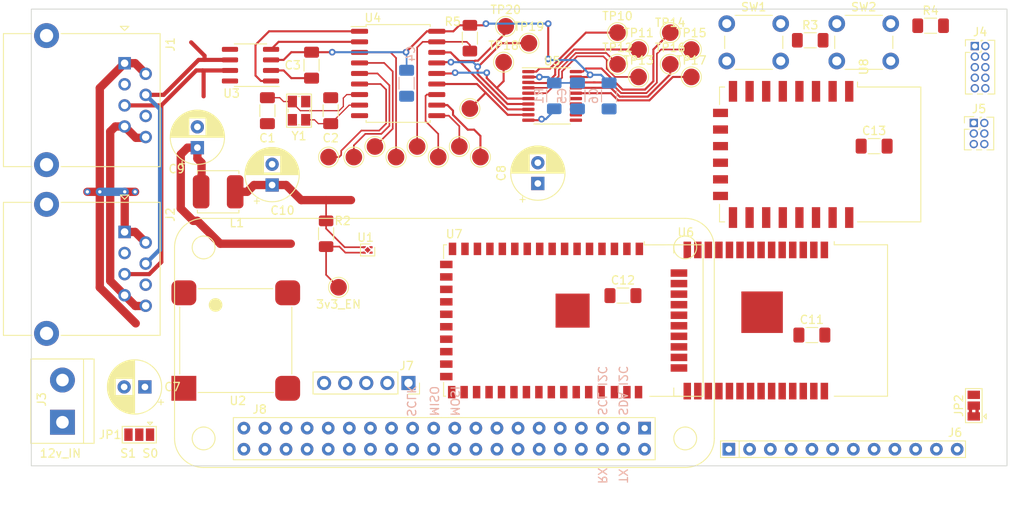
<source format=kicad_pcb>
(kicad_pcb (version 20211014) (generator pcbnew)
  (layers (0 "F.Cu" signal) (31 "B.Cu" signal) (34 "B.Paste" user) (35 "F.Paste" user) (36 "B.SilkS" user "B.Silkscreen") (37 "F.SilkS" user "F.Silkscreen") (38 "B.Mask" user) (39 "F.Mask" user) (44 "Edge.Cuts" user))
  (net 0 "")
  (net 1 "GND")
  (net 2 "Net-(C1-Pad2)")
  (net 3 "Net-(C2-Pad1)")
  (net 4 "+5V")
  (net 5 "+3V3")
  (net 6 "Net-(C7-Pad1)")
  (net 7 "Net-(C9-Pad1)")
  (net 8 "/12v_ACC")
  (net 9 "/12v_BAT")
  (net 10 "/CAN_L")
  (net 11 "/CAN_H")
  (net 12 "/12V_IN")
  (net 13 "/ESP_JTAG_VCC")
  (net 14 "/ESP_JTAG_TMS_G14")
  (net 15 "/ESP_JTAG_GND")
  (net 16 "/ESP_JTAG_TCK_G13")
  (net 17 "/ESP_JTAG_TDO_G15")
  (net 18 "/ESP_JTAG_TDI_G12")
  (net 20 "/ESP_PROG_EN")
  (net 21 "/ESP_PROG_VDD")
  (net 22 "/ESP_PROG_TXD")
  (net 23 "/ESP_PROG_GND")
  (net 24 "/ESP_PROG_RXD")
  (net 25 "/ESP_FLASH_BTN")
  (net 26 "/SIM7000_PWR_EN")
  (net 27 "/SIM7000_POWER")
  (net 28 "/SIM7000_GNS_PWR_EN")
  (net 29 "/SIM7000_RXD")
  (net 30 "/SIM7000_V_MCU")
  (net 31 "/SIM7000_TXD")
  (net 32 "/SIM7000_DTR")
  (net 33 "/SIM7000_ADC")
  (net 34 "/SIM7000_RESET")
  (net 35 "Net-(R1-Pad2)")
  (net 36 "Net-(R2-Pad2)")
  (net 37 "Net-(R5-Pad2)")
  (net 38 "Net-(TP1-Pad1)")
  (net 39 "Net-(TP2-Pad1)")
  (net 40 "Net-(TP3-Pad1)")
  (net 41 "Net-(TP4-Pad1)")
  (net 42 "Net-(TP5-Pad1)")
  (net 43 "Net-(TP6-Pad1)")
  (net 44 "Net-(TP9-Pad1)")
  (net 45 "Net-(TP10-Pad1)")
  (net 46 "Net-(TP11-Pad1)")
  (net 47 "Net-(TP12-Pad1)")
  (net 48 "Net-(TP13-Pad1)")
  (net 49 "Net-(TP14-Pad1)")
  (net 50 "Net-(TP15-Pad1)")
  (net 51 "Net-(TP16-Pad1)")
  (net 52 "Net-(TP17-Pad1)")
  (net 53 "/CAN_SPI_MOSI")
  (net 54 "/CAN_SPI_MISO")
  (net 55 "/CAN_SPI_CS")
  (net 56 "/CAN_SPI_SCK")
  (net 57 "Net-(TP22-Pad1)")
  (net 58 "Net-(U3-Pad1)")
  (net 59 "Net-(U3-Pad4)")
  (net 62 "/CAN_SPI_SCK_3v3")
  (net 63 "/CAN_SPI_CS_3v3")
  (net 64 "/CAN_SPI_MISO_3v3")
  (net 65 "/CAN_SPI_MOSI_3v3")
  (net 110 "Net-(J7-Pad1)")
  (net 111 "Net-(J7-Pad2)")
  (net 112 "Net-(J7-Pad3)")
  (net 113 "Net-(J7-Pad4)")
  (net 114 "Net-(J7-Pad5)")
  (footprint "Button_Switch_THT:SW_PUSH_6mm" (layer "F.Cu") (at 159.5 51.75)
    (fp_text reference "SW2")
    (fp_text value "ESP_FLASH_BTN")
  )
  (footprint "Connector_RJ:RJ45_Ninigi_GE" (layer "F.Cu") (at 73.735 56.515 -90)
    (fp_text reference "J1")
    (fp_text value "RJ45_Shielded")
  )
  (footprint "Capacitor_THT:CP_Radial_D6.3mm_P2.50mm" (layer "F.Cu") (at 82.5 66.68238 90)
    (fp_text reference "C9")
    (fp_text value "22uF 12v")
  )
  (footprint "TestPoint:TestPoint_Pad_D2.0mm" (layer "F.Cu") (at 133.096 56.642)
    (fp_text reference "TP12")
    (fp_text value "5v_C")
  )
  (footprint "TestPoint:TestPoint_Pad_D2.0mm" (layer "F.Cu") (at 119.634 52.07)
    (fp_text reference "TP20")
    (fp_text value "CS")
  )
  (footprint "Package_SO:TSSOP-20_4.4x6.5mm_P0.65mm" (layer "F.Cu") (at 125.222 60.452)
    (fp_text reference "U5")
    (fp_text value "TXS0108EPW")
  )
  (footprint "random:SIM7000_MODULE" (layer "F.Cu") (at 160 77 -90)
    (fp_text reference "J6")
    (fp_text value "SIM7000A header")
  )
  (footprint "random:SDEI054T" (layer "F.Cu") (at 85 72)
    (fp_text reference "L1")
    (fp_text value "47uH")
  )
  (footprint "Package_DFN_QFN:OnSemi_XDFN4-1EP_1.0x1.0mm_EP0.52x0.52mm" (layer "F.Cu") (at 103 79 -90)
    (fp_text reference "U1")
    (fp_text value "NCP167BMX330TBG")
  )
  (footprint "TestPoint:TestPoint_Pad_D2.0mm" (layer "F.Cu") (at 98.298 67.818)
    (fp_text reference "TP6")
    (fp_text value "TX2")
  )
  (footprint "TestPoint:TestPoint_Pad_D2.0mm" (layer "F.Cu") (at 111.506 67.818)
    (fp_text reference "TP1")
    (fp_text value "INT")
  )
  (footprint "TestPoint:TestPoint_Pad_D2.0mm" (layer "F.Cu") (at 135.636 54.864)
    (fp_text reference "TP11")
    (fp_text value "5v_B")
  )
  (footprint "RF_Module:ESP32-WROOM-32" (layer "F.Cu") (at 149.75 87.5 -90)
    (fp_text reference "U6")
    (fp_text value "ESP32-WROOM-32")
  )
  (footprint "random:amsrol_78XXnz" (layer "F.Cu") (at 80.372 96.166 90)
    (fp_text reference "U2")
    (fp_text value "AMSROL-7805NZ")
  )
  (footprint "Resistor_SMD:R_1206_3216Metric_Pad1.30x1.75mm_HandSolder" (layer "F.Cu") (at 98 77.05 -90)
    (fp_text reference "R2")
    (fp_text value "10k")
  )
  (footprint "Jumper:SolderJumper-3_P1.3mm_Open_Pad1.0x1.5mm" (layer "F.Cu") (at 75.5 101.25 180)
    (fp_text reference "JP1")
    (fp_text value "S1 S0")
  )
  (footprint "Resistor_SMD:R_1206_3216Metric_Pad1.30x1.75mm_HandSolder" (layer "F.Cu") (at 115.316 53.5 -90)
    (fp_text reference "R5")
    (fp_text value "10k")
  )
  (footprint "TestPoint:TestPoint_Pad_D2.0mm" (layer "F.Cu") (at 133.096 52.832)
    (fp_text reference "TP10")
    (fp_text value "5v_A")
  )
  (footprint "Capacitor_SMD:C_1206_3216Metric_Pad1.33x1.80mm_HandSolder" (layer "F.Cu") (at 133.75 84.5)
    (fp_text reference "C12")
    (fp_text value "100nF")
  )
  (footprint "Connector_RJ:RJ45_Ninigi_GE" (layer "F.Cu") (at 73.735 76.835 -90)
    (fp_text reference "J2")
    (fp_text value "RJ45_Shielded")
  )
  (footprint "random:RASPI_ZERO(W)" (layer "F.Cu") (at 112.25 90.2 -90)
    (fp_text reference "J8")
    (fp_text value "RASPI_ZERO")
  )
  (footprint "TestPoint:TestPoint_Pad_D2.0mm" (layer "F.Cu") (at 106.426 67.818)
    (fp_text reference "TP22")
    (fp_text value "CLKOUT")
  )
  (footprint "TestPoint:TestPoint_Pad_D2.0mm" (layer "F.Cu") (at 141.986 54.864)
    (fp_text reference "TP15")
    (fp_text value "3v3_B")
  )
  (footprint "Package_SO:SOIC-18W_7.5x11.6mm_P1.27mm" (layer "F.Cu") (at 106.68 57.75)
    (fp_text reference "U4")
    (fp_text value "MCP2515-xSO")
  )
  (footprint "Capacitor_SMD:C_1206_3216Metric_Pad1.33x1.80mm_HandSolder" (layer "F.Cu") (at 98.552 62.23 90)
    (fp_text reference "C2")
    (fp_text value "15pF")
  )
  (footprint "TestPoint:TestPoint_Pad_D2.0mm" (layer "F.Cu") (at 103.886 66.548)
    (fp_text reference "TP4")
    (fp_text value "TX0")
  )
  (footprint "Resistor_SMD:R_1206_3216Metric_Pad1.30x1.75mm_HandSolder" (layer "F.Cu") (at 170.8 52)
    (fp_text reference "R4")
    (fp_text value "10k")
  )
  (footprint "TestPoint:TestPoint_Pad_D2.0mm" (layer "F.Cu") (at 139.446 52.832)
    (fp_text reference "TP14")
    (fp_text value "3v3_A")
  )
  (footprint "random:RH100" (layer "F.Cu") (at 94.742 62.23 90)
    (fp_text reference "Y1")
    (fp_text value "RH100")
  )
  (footprint "Capacitor_SMD:C_1206_3216Metric_Pad1.33x1.80mm_HandSolder" (layer "F.Cu") (at 90.932 62.23 90)
    (fp_text reference "C1")
    (fp_text value "15pF")
  )
  (footprint "Capacitor_SMD:C_1206_3216Metric_Pad1.33x1.80mm_HandSolder" (layer "F.Cu") (at 96.25 56.75 -90)
    (fp_text reference "C3")
    (fp_text value "100nF")
  )
  (footprint "Connector_PinHeader_1.27mm:PinHeader_2x03_P1.27mm_Vertical" (layer "F.Cu") (at 176 63.71)
    (fp_text reference "J5")
    (fp_text value "PROG")
  )
  (footprint "RF_Module:ESP32-S2-WROVER" (layer "F.Cu") (at 123.95 87.5 -90)
    (fp_text reference "U7")
    (fp_text value "ESP32-S2-WROVER")
  )
  (footprint "TestPoint:TestPoint_Pad_D2.0mm" (layer "F.Cu") (at 116.586 67.818)
    (fp_text reference "TP2")
    (fp_text value "RX0")
  )
  (footprint "TestPoint:TestPoint_Pad_D2.0mm" (layer "F.Cu") (at 108.966 66.548)
    (fp_text reference "TP7")
    (fp_text value "RST")
  )
  (footprint "TestPoint:TestPoint_Pad_D2.0mm" (layer "F.Cu") (at 122.428 54.102)
    (fp_text reference "TP19")
    (fp_text value "MISO")
  )
  (footprint "TestPoint:TestPoint_Pad_D2.0mm" (layer "F.Cu") (at 101.346 67.818)
    (fp_text reference "TP5")
    (fp_text value "TX1")
  )
  (footprint "Capacitor_THT:CP_Radial_D6.3mm_P2.50mm" (layer "F.Cu") (at 76.18238 95.5 180)
    (fp_text reference "C7")
    (fp_text value "10uF 50V")
  )
  (footprint "Button_Switch_THT:SW_PUSH_6mm" (layer "F.Cu") (at 146.25 51.75)
    (fp_text reference "SW1")
    (fp_text value "ESP_RESET_BTN")
  )
  (footprint "TerminalBlock:TerminalBlock_bornier-2_P5.08mm" (layer "F.Cu") (at 66.25 99.75 90)
    (fp_text reference "J3")
    (fp_text value "12v_IN")
  )
  (footprint "Resistor_SMD:R_1206_3216Metric_Pad1.30x1.75mm_HandSolder" (layer "F.Cu") (at 156.3 53.75)
    (fp_text reference "R3")
    (fp_text value "10k")
  )
  (footprint "TestPoint:TestPoint_Pad_D2.0mm" (layer "F.Cu") (at 119.38 56.388)
    (fp_text reference "TP18")
    (fp_text value "MOSI")
  )
  (footprint "Connector_PinSocket_2.54mm:PinSocket_1x05_P2.54mm_Vertical" (layer "F.Cu") (at 107.92 95.025 -90)
    (fp_text reference "J7")
    (fp_text value "RASPI_CON")
  )
  (footprint "Connector_PinHeader_1.27mm:PinHeader_2x05_P1.27mm_Vertical" (layer "F.Cu") (at 176.125 54.45)
    (fp_text reference "J4")
    (fp_text value "JTAG")
  )
  (footprint "RF_Module:ESP-12E" (layer "F.Cu") (at 157.5 67.5 -90)
    (fp_text reference "U8")
    (fp_text value "ESP-12F")
  )
  (footprint "Capacitor_SMD:C_1206_3216Metric_Pad1.33x1.80mm_HandSolder" (layer "F.Cu") (at 156.5 89.25)
    (fp_text reference "C11")
    (fp_text value "100nF")
  )
  (footprint "Capacitor_THT:CP_Radial_D6.3mm_P2.50mm" (layer "F.Cu") (at 91.5 71.18238 90)
    (fp_text reference "C10")
    (fp_text value "22uF 12v")
  )
  (footprint "TestPoint:TestPoint_Pad_D2.0mm" (layer "F.Cu") (at 115.316 61.976)
    (fp_text reference "TP21")
    (fp_text value "SCK")
  )
  (footprint "Jumper:SolderJumper-3_P1.3mm_Bridged2Bar12_Pad1.0x1.5mm" (layer "F.Cu") (at 176 97.75 90)
    (fp_text reference "JP2")
    (fp_text value "SIM7000_3v3/5v")
  )
  (footprint "Package_SO:SOIC-8_3.9x4.9mm_P1.27mm" (layer "F.Cu") (at 88.9 56.75 180)
    (fp_text reference "U3")
    (fp_text value "TJA1050T")
  )
  (footprint "Capacitor_SMD:C_1206_3216Metric_Pad1.33x1.80mm_HandSolder" (layer "F.Cu") (at 164 66.5)
    (fp_text reference "C13")
    (fp_text value "100nF")
  )
  (footprint "TestPoint:TestPoint_Pad_D2.0mm" (layer "F.Cu") (at 114.046 66.548)
    (fp_text reference "TP3")
    (fp_text value "RX1")
  )
  (footprint "Capacitor_THT:CP_Radial_D6.3mm_P2.50mm" (layer "F.Cu") (at 123.5 71 90)
    (fp_text reference "C8")
    (fp_text value "22uF 12v")
  )
  (footprint "TestPoint:TestPoint_Pad_D2.0mm" (layer "F.Cu") (at 99.5 83.5)
    (fp_text reference "TP8")
    (fp_text value "3v3_EN")
  )
  (footprint "TestPoint:TestPoint_Pad_D2.0mm" (layer "F.Cu") (at 135.636 58.166)
    (fp_text reference "TP13")
    (fp_text value "5v_D")
  )
  (footprint "TestPoint:TestPoint_Pad_D2.0mm" (layer "F.Cu") (at 139.446 56.642)
    (fp_text reference "TP16")
    (fp_text value "3v3_C")
  )
  (footprint "TestPoint:TestPoint_Pad_D2.0mm" (layer "F.Cu") (at 141.986 58.166)
    (fp_text reference "TP17")
    (fp_text value "3v3_D")
  )
  (footprint "Capacitor_SMD:C_1206_3216Metric_Pad1.33x1.80mm_HandSolder" (layer "B.Cu") (at 132.08 60.452 -90)
    (fp_text reference "C6")
    (fp_text value "100nF")
  )
  (footprint "Capacitor_SMD:C_1206_3216Metric_Pad1.33x1.80mm_HandSolder" (layer "B.Cu") (at 128.27 60.452 -90)
    (fp_text reference "C5")
    (fp_text value "100nF")
  )
  (footprint "Capacitor_SMD:C_1206_3216Metric_Pad1.33x1.80mm_HandSolder" (layer "B.Cu") (at 107.696 58.928 -90)
    (fp_text reference "C4")
    (fp_text value "100nF")
  )
  (footprint "Resistor_SMD:R_1206_3216Metric_Pad1.30x1.75mm_HandSolder" (layer "B.Cu") (at 125.476 60.452 -90)
    (fp_text reference "R1")
    (fp_text value "10k")
  )
  (gr_rect (start 62.5 50) (end 180 105) (layer "Edge.Cuts") (width 0.1) (fill none))
  (segment (start 93.8125 58.3125) (end 96.25 58.3125) (width 0.25) (layer "F.Cu") (net 1))
  (segment (start 92.885 57.385) (end 93.8125 58.3125) (width 0.25) (layer "F.Cu") (net 1))
  (segment (start 91.375 57.385) (end 92.885 57.385) (width 0.25) (layer "F.Cu") (net 1))
  (segment (start 92.4175 60.6675) (end 90.932 60.6675) (width 0.15) (layer "F.Cu") (net 2))
  (segment (start 93.942 61.13) (end 93.942 61.28) (width 0.15) (layer "F.Cu") (net 2))
  (segment (start 100.076 60.706) (end 100.492 60.29) (width 0.15) (layer "F.Cu") (net 2))
  (segment (start 92.88 61.13) (end 92.4175 60.6675) (width 0.15) (layer "F.Cu") (net 2))
  (segment (start 100.492 60.29) (end 102.03 60.29) (width 0.15) (layer "F.Cu") (net 2))
  (segment (start 99.568 62.23) (end 100.076 61.722) (width 0.15) (layer "F.Cu") (net 2))
  (segment (start 94.892 62.23) (end 99.568 62.23) (width 0.15) (layer "F.Cu") (net 2))
  (segment (start 93.942 61.28) (end 94.892 62.23) (width 0.15) (layer "F.Cu") (net 2))
  (segment (start 100.076 61.722) (end 100.076 60.706) (width 0.15) (layer "F.Cu") (net 2))
  (segment (start 93.942 61.13) (end 92.88 61.13) (width 0.15) (layer "F.Cu") (net 2))
  (segment (start 96.604 63.33) (end 97.0665 63.7925) (width 0.15) (layer "F.Cu") (net 3))
  (segment (start 98.552 63.7925) (end 100.7845 61.56) (width 0.15) (layer "F.Cu") (net 3))
  (segment (start 100.7845 61.56) (end 102.03 61.56) (width 0.15) (layer "F.Cu") (net 3))
  (segment (start 97.0665 63.7925) (end 98.552 63.7925) (width 0.15) (layer "F.Cu") (net 3))
  (segment (start 95.542 63.33) (end 96.604 63.33) (width 0.15) (layer "F.Cu") (net 3))
  (segment (start 95 73) (end 98 73) (width 1) (layer "F.Cu") (net 4))
  (segment (start 124.75 56) (end 124.75 51.75) (width 0.25) (layer "F.Cu") (net 4))
  (segment (start 93.8125 55.1875) (end 96.25 55.1875) (width 0.25) (layer "F.Cu") (net 4))
  (segment (start 117.05 51.95) (end 117.25 51.75) (width 0.25) (layer "F.Cu") (net 4))
  (segment (start 111.33 52.67) (end 113.33 52.67) (width 0.25) (layer "F.Cu") (net 4))
  (segment (start 91.5 71.18238) (end 93.18238 71.18238) (width 1) (layer "F.Cu") (net 4))
  (segment (start 129.529 58.177) (end 129.794 57.912) (width 0.25) (layer "F.Cu") (net 4))
  (segment (start 89.31762 71.18238) (end 91.5 71.18238) (width 1) (layer "F.Cu") (net 4))
  (segment (start 92.885 56.115) (end 93.8125 55.1875) (width 0.25) (layer "F.Cu") (net 4))
  (segment (start 114.05 51.95) (end 115.316 51.95) (width 0.25) (layer "F.Cu") (net 4))
  (segment (start 113.33 52.67) (end 114.05 51.95) (width 0.25) (layer "F.Cu") (net 4))
  (segment (start 107.6265 55.1875) (end 110.144 52.67) (width 0.25) (layer "F.Cu") (net 4))
  (segment (start 88.5 72) (end 89.31762 71.18238) (width 1) (layer "F.Cu") (net 4))
  (segment (start 110.144 52.67) (end 111.33 52.67) (width 0.25) (layer "F.Cu") (net 4))
  (segment (start 115.316 51.95) (end 117.05 51.95) (width 0.25) (layer "F.Cu") (net 4))
  (segment (start 100.240006 78.675) (end 98 76.434994) (width 0.2) (layer "F.Cu") (net 4))
  (segment (start 98 73) (end 101 73) (width 1) (layer "F.Cu") (net 4))
  (segment (start 87.05 72) (end 88.5 72) (width 1) (layer "F.Cu") (net 4))
  (segment (start 91.375 56.115) (end 92.885 56.115) (width 0.25) (layer "F.Cu") (net 4))
  (segment (start 128.0845 58.177) (end 129.529 58.177) (width 0.25) (layer "F.Cu") (net 4))
  (segment (start 98 75.5) (end 98 73) (width 0.2) (layer "F.Cu") (net 4))
  (segment (start 93.18238 71.18238) (end 95 73) (width 1) (layer "F.Cu") (net 4))
  (segment (start 98 76.434994) (end 98 75.5) (width 0.2) (layer "F.Cu") (net 4))
  (segment (start 96.25 55.1875) (end 98.7365 55.1875) (width 0.25) (layer "F.Cu") (net 4))
  (segment (start 102.515 78.675) (end 100.240006 78.675) (width 0.2) (layer "F.Cu") (net 4))
  (via (at 107.6265 55.1875) (size 0.8) (drill 0.4) (layers "F.Cu" "B.Cu") (net 4))
  (via (at 98.7365 55.1875) (size 0.8) (drill 0.4) (layers "F.Cu" "B.Cu") (net 4))
  (via (at 129.794 57.912) (size 0.8) (drill 0.4) (layers "F.Cu" "B.Cu") (net 4))
  (via (at 124.75 56) (size 0.8) (drill 0.4) (layers "F.Cu" "B.Cu") (net 4))
  (via (at 117.25 51.75) (size 0.8) (drill 0.4) (layers "F.Cu" "B.Cu") (net 4))
  (via (at 124.75 51.75) (size 0.8) (drill 0.4) (layers "F.Cu" "B.Cu") (net 4))
  (segment (start 128.016 56.134) (end 129.794 57.912) (width 0.25) (layer "B.Cu") (net 4))
  (segment (start 124.75 51.75) (end 117.25 51.75) (width 0.25) (layer "B.Cu") (net 4))
  (segment (start 131.1025 57.912) (end 132.08 58.8895) (width 0.25) (layer "B.Cu") (net 4))
  (segment (start 107.696 57.3655) (end 107.696 55.257) (width 0.2) (layer "B.Cu") (net 4))
  (segment (start 124.884 56.134) (end 128.016 56.134) (width 0.25) (layer "B.Cu") (net 4))
  (segment (start 107.696 55.257) (end 107.6265 55.1875) (width 0.2) (layer "B.Cu") (net 4))
  (segment (start 124.75 56) (end 124.884 56.134) (width 0.25) (layer "B.Cu") (net 4))
  (segment (start 129.794 57.912) (end 131.1025 57.912) (width 0.25) (layer "B.Cu") (net 4))
  (segment (start 98.7365 55.1875) (end 107.6265 55.1875) (width 0.25) (layer "B.Cu") (net 4))
  (segment (start 122.3595 58.177) (end 123.687 58.177) (width 0.25) (layer "F.Cu") (net 5))
  (via (at 123.687 58.177) (size 0.8) (drill 0.4) (layers "F.Cu" "B.Cu") (net 5))
  (segment (start 124.751 58.177) (end 125.476 58.902) (width 0.25) (layer "B.Cu") (net 5))
  (segment (start 128.27 58.8895) (end 125.4885 58.8895) (width 0.2) (layer "B.Cu") (net 5))
  (segment (start 123.687 58.177) (end 124.751 58.177) (width 0.25) (layer "B.Cu") (net 5))
  (segment (start 125.4885 58.8895) (end 125.476 58.902) (width 0.2) (layer "B.Cu") (net 5))
  (segment (start 82 75.5) (end 80.5 74) (width 1) (layer "F.Cu") (net 7))
  (segment (start 81.31762 66.68238) (end 82.5 66.68238) (width 1) (layer "F.Cu") (net 7))
  (segment (start 80.5 67.5) (end 81.31762 66.68238) (width 1) (layer "F.Cu") (net 7))
  (segment (start 85.25 78.25) (end 82.5 75.5) (width 1) (layer "F.Cu") (net 7))
  (segment (start 80.5 74) (end 80.5 67.5) (width 1) (layer "F.Cu") (net 7))
  (segment (start 82.5 75.5) (end 82 75.5) (width 1) (layer "F.Cu") (net 7))
  (segment (start 83 68.5) (end 83 71.95) (width 1) (layer "F.Cu") (net 7))
  (segment (start 82.5 68) (end 83 68.5) (width 1) (layer "F.Cu") (net 7))
  (segment (start 83 71.95) (end 82.95 72) (width 1) (layer "F.Cu") (net 7))
  (segment (start 82.5 66.68238) (end 82.5 68) (width 1) (layer "F.Cu") (net 7))
  (segment (start 93.75 78.25) (end 85.25 78.25) (width 1) (layer "F.Cu") (net 7))
  (segment (start 76.18 65.5) (end 76.275 65.405) (width 1) (layer "F.Cu") (net 8))
  (segment (start 72.615 64.135) (end 72 64.75) (width 1) (layer "F.Cu") (net 8))
  (segment (start 73.735 64.135) (end 75.1 65.5) (width 1) (layer "F.Cu") (net 8))
  (segment (start 73.735 84.455) (end 75.03 85.75) (width 1) (layer "F.Cu") (net 8))
  (segment (start 75.03 85.75) (end 76.25 85.75) (width 1) (layer "F.Cu") (net 8))
  (segment (start 73.735 64.135) (end 72.615 64.135) (width 1) (layer "F.Cu") (net 8))
  (segment (start 76.25 85.75) (end 76.275 85.725) (width 1) (layer "F.Cu") (net 8))
  (segment (start 72 82.72) (end 73.735 84.455) (width 1) (layer "F.Cu") (net 8))
  (segment (start 72 64.75) (end 72 82.72) (width 1) (layer "F.Cu") (net 8))
  (segment (start 75.1 65.5) (end 76.18 65.5) (width 1) (layer "F.Cu") (net 8))
  (segment (start 75.005 56.515) (end 76.275 57.785) (width 1) (layer "F.Cu") (net 9))
  (segment (start 70.75 72) (end 69.25 72) (width 1) (layer "F.Cu") (net 9))
  (segment (start 73.735 56.515) (end 70.75 59.5) (width 1) (layer "F.Cu") (net 9))
  (segment (start 73.75 76.82) (end 73.735 76.835) (width 1) (layer "F.Cu") (net 9))
  (segment (start 75 72) (end 73.75 72) (width 1) (layer "F.Cu") (net 9))
  (segment (start 73.735 76.835) (end 75.005 76.835) (width 1) (layer "F.Cu") (net 9))
  (segment (start 75.005 76.835) (end 76.275 78.105) (width 1) (layer "F.Cu") (net 9))
  (segment (start 70.75 83.519919) (end 75.07548 87.845399) (width 1) (layer "F.Cu") (net 9))
  (segment (start 70.75 72) (end 70.75 83.519919) (width 1) (layer "F.Cu") (net 9))
  (segment (start 70.75 59.5) (end 70.75 72) (width 1) (layer "F.Cu") (net 9))
  (segment (start 73.735 56.515) (end 75.005 56.515) (width 1) (layer "F.Cu") (net 9))
  (segment (start 73.75 72) (end 73.75 76.82) (width 1) (layer "F.Cu") (net 9))
  (via (at 70.75 72) (size 0.8) (drill 0.4) (layers "F.Cu" "B.Cu") (net 9))
  (via (at 73.75 72) (size 0.8) (drill 0.4) (layers "F.Cu" "B.Cu") (net 9))
  (via (at 75 72) (size 0.8) (drill 0.4) (layers "F.Cu" "B.Cu") (net 9))
  (via (at 69.25 72) (size 0.8) (drill 0.4) (layers "F.Cu" "B.Cu") (net 9))
  (segment (start 70.75 72) (end 73.75 72) (width 1) (layer "B.Cu") (net 9))
  (segment (start 86.425 56.115) (end 83.365 56.115) (width 0.5) (layer "F.Cu") (net 10))
  (segment (start 82.64573 56.115) (end 78.43573 60.325) (width 0.5) (layer "F.Cu") (net 10))
  (segment (start 81.75 54) (end 83.365 55.615) (width 0.5) (layer "F.Cu") (net 10))
  (segment (start 83.365 56.115) (end 82.64573 56.115) (width 0.5) (layer "F.Cu") (net 10))
  (segment (start 78.43573 60.325) (end 76.275 60.325) (width 0.5) (layer "F.Cu") (net 10))
  (segment (start 83.365 55.615) (end 83.365 56.115) (width 0.5) (layer "F.Cu") (net 10))
  (segment (start 77.92 79) (end 76.275 80.645) (width 0.5) (layer "B.Cu") (net 10))
  (segment (start 76.275 60.325) (end 78 62.05) (width 0.5) (layer "B.Cu") (net 10))
  (segment (start 78 79) (end 77.92 79) (width 0.5) (layer "B.Cu") (net 10))
  (segment (start 78 62.05) (end 78 79) (width 0.5) (layer "B.Cu") (net 10))
  (segment (start 76.701366 81.915) (end 73.735 81.915) (width 0.5) (layer "F.Cu") (net 11))
  (segment (start 78.155 61.595) (end 82.365 57.385) (width 0.5) (layer "F.Cu") (net 11))
  (segment (start 83.25 57.5) (end 83.135 57.385) (width 0.5) (layer "F.Cu") (net 11))
  (segment (start 73.735 61.595) (end 78.155 61.595) (width 0.5) (layer "F.Cu") (net 11))
  (segment (start 83.135 57.385) (end 86.425 57.385) (width 0.5) (layer "F.Cu") (net 11))
  (segment (start 83.25 60.5) (end 83.25 57.5) (width 0.5) (layer "F.Cu") (net 11))
  (segment (start 78.155 80.461366) (end 76.701366 81.915) (width 0.5) (layer "F.Cu") (net 11))
  (segment (start 78.155 61.595) (end 78.155 80.461366) (width 0.5) (layer "F.Cu") (net 11))
  (segment (start 82.365 57.385) (end 83.135 57.385) (width 0.5) (layer "F.Cu") (net 11))
  (segment (start 123.952 63.246) (end 123.821 63.377) (width 0.25) (layer "F.Cu") (net 35))
  (segment (start 123.821 63.377) (end 122.3595 63.377) (width 0.25) (layer "F.Cu") (net 35))
  (via (at 123.952 63.246) (size 0.8) (drill 0.4) (layers "F.Cu" "B.Cu") (net 35))
  (segment (start 124.714 62.992) (end 124.46 63.246) (width 0.25) (layer "B.Cu") (net 35))
  (segment (start 124.46 63.246) (end 123.952 63.246) (width 0.25) (layer "B.Cu") (net 35))
  (segment (start 125.476 62.002) (end 125.476 62.23) (width 0.25) (layer "B.Cu") (net 35))
  (segment (start 125.476 62.23) (end 124.714 62.992) (width 0.25) (layer "B.Cu") (net 35))
  (segment (start 99.5 83.5) (end 98 82) (width 0.2) (layer "F.Cu") (net 36))
  (segment (start 98 82) (end 98 78.6) (width 0.2) (layer "F.Cu") (net 36))
  (segment (start 102.515 79.325) (end 100.325 79.325) (width 0.2) (layer "F.Cu") (net 36))
  (segment (start 100.325 79.325) (end 99.6 78.6) (width 0.2) (layer "F.Cu") (net 36))
  (segment (start 99.6 78.6) (end 98 78.6) (width 0.2) (layer "F.Cu") (net 36))
  (segment (start 114.94 53.94) (end 115.316 54.316) (width 0.2) (layer "F.Cu") (net 37))
  (segment (start 108.966 66.548) (end 108.966 54.61) (width 0.2) (layer "F.Cu") (net 37))
  (segment (start 109.636 53.94) (end 111.33 53.94) (width 0.2) (layer "F.Cu") (net 37))
  (segment (start 108.966 54.61) (end 109.636 53.94) (width 0.2) (layer "F.Cu") (net 37))
  (segment (start 115.316 54.316) (end 115.316 55.05) (width 0.2) (layer "F.Cu") (net 37))
  (segment (start 111.33 53.94) (end 114.94 53.94) (width 0.2) (layer "F.Cu") (net 37))
  (segment (start 111.396 53.874) (end 111.33 53.94) (width 0.25) (layer "F.Cu") (net 37))
  (segment (start 111.33 60.29) (end 110.144 60.29) (width 0.2) (layer "F.Cu") (net 38))
  (segment (start 109.982 60.452) (end 109.982 63.5) (width 0.2) (layer "F.Cu") (net 38))
  (segment (start 111.506 65.024) (end 111.506 67.818) (width 0.2) (layer "F.Cu") (net 38))
  (segment (start 109.982 63.5) (end 111.506 65.024) (width 0.2) (layer "F.Cu") (net 38))
  (segment (start 110.144 60.29) (end 109.982 60.452) (width 0.2) (layer "F.Cu") (net 38))
  (segment (start 112.614 61.56) (end 113.284 62.23) (width 0.25) (layer "F.Cu") (net 39))
  (segment (start 115.062 64.516) (end 115.824 64.516) (width 0.25) (layer "F.Cu") (net 39))
  (segment (start 116.586 65.278) (end 116.586 67.818) (width 0.25) (layer "F.Cu") (net 39))
  (segment (start 113.284 62.738) (end 115.062 64.516) (width 0.25) (layer "F.Cu") (net 39))
  (segment (start 113.284 62.23) (end 113.284 62.738) (width 0.25) (layer "F.Cu") (net 39))
  (segment (start 115.824 64.516) (end 116.586 65.278) (width 0.25) (layer "F.Cu") (net 39))
  (segment (start 111.33 61.56) (end 112.614 61.56) (width 0.25) (layer "F.Cu") (net 39))
  (segment (start 112.775638 62.83) (end 111.33 62.83) (width 0.2) (layer "F.Cu") (net 40))
  (segment (start 114.046 64.100362) (end 112.775638 62.83) (width 0.2) (layer "F.Cu") (net 40))
  (segment (start 114.046 66.548) (end 114.046 64.100362) (width 0.2) (layer "F.Cu") (net 40))
  (segment (start 104.994 56.48) (end 102.03 56.48) (width 0.2) (layer "F.Cu") (net 41))
  (segment (start 106.02648 57.51248) (end 104.994 56.48) (width 0.2) (layer "F.Cu") (net 41))
  (segment (start 106.02648 64.40752) (end 106.02648 57.51248) (width 0.2) (layer "F.Cu") (net 41))
  (segment (start 103.886 66.548) (end 106.02648 64.40752) (width 0.2) (layer "F.Cu") (net 41))
  (segment (start 102.725787 65.024) (end 104.648 65.024) (width 0.2) (layer "F.Cu") (net 42))
  (segment (start 101.346 66.403787) (end 102.725787 65.024) (width 0.2) (layer "F.Cu") (net 42))
  (segment (start 105.62696 64.04504) (end 105.62696 59.182) (width 0.2) (layer "F.Cu") (net 42))
  (segment (start 104.19496 57.75) (end 102.03 57.75) (width 0.2) (layer "F.Cu") (net 42))
  (segment (start 104.648 65.024) (end 105.62696 64.04504) (width 0.2) (layer "F.Cu") (net 42))
  (segment (start 101.346 67.818) (end 101.346 66.403787) (width 0.2) (layer "F.Cu") (net 42))
  (segment (start 105.62696 59.182) (end 104.19496 57.75) (width 0.2) (layer "F.Cu") (net 42))
  (segment (start 99.822 67.056) (end 102.25352 64.62448) (width 0.2) (layer "F.Cu") (net 43))
  (segment (start 105.22744 63.79104) (end 105.22744 59.69) (width 0.2) (layer "F.Cu") (net 43))
  (segment (start 104.55744 59.02) (end 102.03 59.02) (width 0.2) (layer "F.Cu") (net 43))
  (segment (start 98.298 67.818) (end 99.568 67.818) (width 0.2) (layer "F.Cu") (net 43))
  (segment (start 105.22744 59.69) (end 104.55744 59.02) (width 0.2) (layer "F.Cu") (net 43))
  (segment (start 99.568 67.818) (end 99.822 67.564) (width 0.2) (layer "F.Cu") (net 43))
  (segment (start 104.394 64.62448) (end 105.22744 63.79104) (width 0.2) (layer "F.Cu") (net 43))
  (segment (start 102.25352 64.62448) (end 104.394 64.62448) (width 0.2) (layer "F.Cu") (net 43))
  (segment (start 99.822 67.564) (end 99.822 67.056) (width 0.2) (layer "F.Cu") (net 43))
  (segment (start 129.286 52.832) (end 133.096 52.832) (width 0.25) (layer "F.Cu") (net 45))
  (segment (start 123.698 57.15) (end 124.968 57.15) (width 0.25) (layer "F.Cu") (net 45))
  (segment (start 123.321 57.527) (end 123.698 57.15) (width 0.25) (layer "F.Cu") (net 45))
  (segment (start 122.3595 57.527) (end 123.321 57.527) (width 0.25) (layer "F.Cu") (net 45))
  (segment (start 124.968 57.15) (end 129.286 52.832) (width 0.25) (layer "F.Cu") (net 45))
  (segment (start 125.59296 57.912) (end 124.603449 58.901511) (width 0.25) (layer "F.Cu") (net 46))
  (segment (start 135.636 54.864) (end 127.889718 54.864) (width 0.25) (layer "F.Cu") (net 46))
  (segment (start 124.603449 58.901511) (end 122.434011 58.901511) (width 0.25) (layer "F.Cu") (net 46))
  (segment (start 127.889718 54.864) (end 125.59296 57.160758) (width 0.25) (layer "F.Cu") (net 46))
  (segment (start 122.434011 58.901511) (end 122.3595 58.827) (width 0.25) (layer "F.Cu") (net 46))
  (segment (start 125.59296 57.160758) (end 125.59296 57.912) (width 0.25) (layer "F.Cu") (net 46))
  (segment (start 131.74252 55.28852) (end 128.06556 55.28852) (width 0.2) (layer "F.Cu") (net 47))
  (segment (start 126.01748 57.3366) (end 126.01748 58.087841) (width 0.2) (layer "F.Cu") (net 47))
  (segment (start 128.06556 55.28852) (end 126.01748 57.3366) (width 0.2) (layer "F.Cu") (net 47))
  (segment (start 133.096 56.642) (end 131.74252 55.28852) (width 0.2) (layer "F.Cu") (net 47))
  (segment (start 126.01748 58.087841) (end 124.628321 59.477) (width 0.2) (layer "F.Cu") (net 47))
  (segment (start 124.628321 59.477) (end 122.3595 59.477) (width 0.2) (layer "F.Cu") (net 47))
  (segment (start 131.796489 56.163511) (end 131.826 56.134) (width 0.2) (layer "F.Cu") (net 48))
  (segment (start 132.782213 58.166) (end 131.796489 57.180276) (width 0.2) (layer "F.Cu") (net 48))
  (segment (start 135.636 58.166) (end 132.782213 58.166) (width 0.2) (layer "F.Cu") (net 48))
  (segment (start 128.231046 55.68804) (end 126.417 57.502086) (width 0.2) (layer "F.Cu") (net 48))
  (segment (start 126.416999 58.253328) (end 124.543327 60.127) (width 0.2) (layer "F.Cu") (net 48))
  (segment (start 124.543327 60.127) (end 122.3595 60.127) (width 0.2) (layer "F.Cu") (net 48))
  (segment (start 131.826 56.134) (end 131.38004 55.68804) (width 0.2) (layer "F.Cu") (net 48))
  (segment (start 131.796489 57.180276) (end 131.796489 56.163511) (width 0.2) (layer "F.Cu") (net 48))
  (segment (start 126.417 57.502086) (end 126.416999 58.253328) (width 0.2) (layer "F.Cu") (net 48))
  (segment (start 131.38004 55.68804) (end 128.231046 55.68804) (width 0.2) (layer "F.Cu") (net 48))
  (segment (start 137.414 54.864) (end 139.446 52.832) (width 0.25) (layer "F.Cu") (net 49))
  (segment (start 129.286 57.15) (end 131.165852 57.15) (width 0.25) (layer "F.Cu") (net 49))
  (segment (start 128.909 57.527) (end 129.286 57.15) (width 0.25) (layer "F.Cu") (net 49))
  (segment (start 131.165852 57.15) (end 133.705852 59.69) (width 0.25) (layer "F.Cu") (net 49))
  (segment (start 128.0845 57.527) (end 128.909 57.527) (width 0.25) (layer "F.Cu") (net 49))
  (segment (start 133.705852 59.69) (end 136.398 59.69) (width 0.25) (layer "F.Cu") (net 49))
  (segment (start 136.398 59.69) (end 137.414 58.674) (width 0.25) (layer "F.Cu") (net 49))
  (segment (start 137.414 58.674) (end 137.414 54.864) (width 0.25) (layer "F.Cu") (net 49))
  (segment (start 130.403 58.827) (end 130.201 58.827) (width 0.25) (layer "F.Cu") (net 50))
  (segment (start 138.34652 54.864) (end 141.986 54.864) (width 0.2) (layer "F.Cu") (net 50))
  (segment (start 130.201 58.827) (end 128.0845 58.827) (width 0.25) (layer "F.Cu") (net 50))
  (segment (start 131.979 58.827) (end 132.24249 58.827) (width 0.2) (layer "F.Cu") (net 50))
  (segment (start 132.24249 58.827) (end 133.53001 60.11452) (width 0.2) (layer "F.Cu") (net 50))
  (segment (start 137.83852 55.372) (end 138.34652 54.864) (width 0.2) (layer "F.Cu") (net 50))
  (segment (start 133.53001 60.11452) (end 136.573841 60.11452) (width 0.2) (layer "F.Cu") (net 50))
  (segment (start 137.838519 58.849843) (end 137.83852 55.372) (width 0.2) (layer "F.Cu") (net 50))
  (segment (start 136.573841 60.11452) (end 137.838519 58.849843) (width 0.2) (layer "F.Cu") (net 50))
  (segment (start 132.24249 58.827) (end 133.530009 60.114519) (width 0.2) (layer "F.Cu") (net 50))
  (segment (start 130.403 58.827) (end 131.471 58.827) (width 0.2) (layer "F.Cu") (net 50))
  (segment (start 131.471 58.827) (end 132.24249 58.827) (width 0.2) (layer "F.Cu") (net 50))
  (segment (start 131.471 58.827) (end 131.979 58.827) (width 0.2) (layer "F.Cu") (net 50))
  (segment (start 130.201 58.827) (end 131.979 58.827) (width 0.25) (layer "F.Cu") (net 50))
  (segment (start 133.530009 60.114519) (end 136.573841 60.11452) (width 0.2) (layer "F.Cu") (net 50))
  (segment (start 136.998362 60.290362) (end 139.446 57.842724) (width 0.25) (layer "F.Cu") (net 51))
  (segment (start 128.0845 59.477) (end 132.292128 59.477) (width 0.25) (layer "F.Cu") (net 51))
  (segment (start 139.446 57.842724) (end 139.446 56.642) (width 0.25) (layer "F.Cu") (net 51))
  (segment (start 133.705852 60.539038) (end 136.749684 60.539039) (width 0.25) (layer "F.Cu") (net 51))
  (segment (start 136.749684 60.539039) (end 136.998362 60.290362) (width 0.25) (layer "F.Cu") (net 51))
  (segment (start 133.354168 60.539039) (end 133.705852 60.539038) (width 0.25) (layer "F.Cu") (net 51))
  (segment (start 132.292128 59.477) (end 133.354168 60.539039) (width 0.25) (layer "F.Cu") (net 51))
  (segment (start 133.16797 60.988558) (end 136.935881 60.988559) (width 0.25) (layer "F.Cu") (net 52))
  (segment (start 132.306411 60.127) (end 133.16797 60.988558) (width 0.25) (layer "F.Cu") (net 52))
  (segment (start 136.935881 60.988559) (end 139.758442 58.166) (width 0.25) (layer "F.Cu") (net 52))
  (segment (start 139.758442 58.166) (end 141.986 58.166) (width 0.25) (layer "F.Cu") (net 52))
  (segment (start 128.0845 60.127) (end 132.306411 60.127) (width 0.25) (layer "F.Cu") (net 52))
  (segment (start 117.348 58.290847) (end 117.348 57.658) (width 0.25) (layer "F.Cu") (net 53))
  (segment (start 111.33 57.75) (end 113.446 57.75) (width 0.25) (layer "F.Cu") (net 53))
  (segment (start 113.538 57.658) (end 113.446 57.75) (width 0.25) (layer "F.Cu") (net 53))
  (segment (start 122.3595 60.777) (end 119.834153 60.777) (width 0.25) (layer "F.Cu") (net 53))
  (segment (start 119.834153 60.777) (end 118.555576 59.498424) (width 0.25) (layer "F.Cu") (net 53))
  (segment (start 119.38 58.674) (end 118.555576 59.498424) (width 0.25) (layer "F.Cu") (net 53))
  (segment (start 118.555576 59.498424) (end 117.348 58.290847) (width 0.25) (layer "F.Cu") (net 53))
  (segment (start 119.38 56.388) (end 119.38 58.674) (width 0.25) (layer "F.Cu") (net 53))
  (via (at 113.538 57.658) (size 0.8) (drill 0.4) (layers "F.Cu" "B.Cu") (net 53))
  (via (at 117.348 57.658) (size 0.8) (drill 0.4) (layers "F.Cu" "B.Cu") (net 53))
  (segment (start 117.348 57.658) (end 113.538 57.658) (width 0.25) (layer "B.Cu") (net 53))
  (segment (start 119.148 54.102) (end 122.428 54.102) (width 0.25) (layer "F.Cu") (net 54))
  (segment (start 116.25 56.9335) (end 116.3165 56.9335) (width 0.25) (layer "F.Cu") (net 54))
  (segment (start 116.3165 56.9335) (end 119.148 54.102) (width 0.25) (layer "F.Cu") (net 54))
  (segment (start 113.03 56.388) (end 111.422 56.388) (width 0.25) (layer "F.Cu") (net 54))
  (segment (start 116.25 56.9335) (end 116.25 57.828565) (width 0.25) (layer "F.Cu") (net 54))
  (segment (start 111.422 56.388) (end 111.33 56.48) (width 0.25) (layer "F.Cu") (net 54))
  (segment (start 119.848435 61.427) (end 122.3595 61.427) (width 0.25) (layer "F.Cu") (net 54))
  (segment (start 116.25 57.828565) (end 119.848435 61.427) (width 0.25) (layer "F.Cu") (net 54))
  (via (at 113.03 56.388) (size 0.8) (drill 0.4) (layers "F.Cu" "B.Cu") (net 54))
  (via (at 116.25 56.9335) (size 0.8) (drill 0.4) (layers "F.Cu" "B.Cu") (net 54))
  (segment (start 115.7045 56.388) (end 113.03 56.388) (width 0.25) (layer "B.Cu") (net 54))
  (segment (start 116.25 56.9335) (end 115.7045 56.388) (width 0.25) (layer "B.Cu") (net 54))
  (segment (start 119.634 52.07) (end 119.634 52.866) (width 0.25) (layer "F.Cu") (net 55))
  (segment (start 112.995717 55.21) (end 111.33 55.21) (width 0.25) (layer "F.Cu") (net 55))
  (segment (start 115.949897 56.208989) (end 115.908886 56.25) (width 0.25) (layer "F.Cu") (net 55))
  (segment (start 113.474858 55.689142) (end 112.995717 55.21) (width 0.25) (layer "F.Cu") (net 55))
  (segment (start 116.291011 56.208989) (end 115.949897 56.208989) (width 0.25) (layer "F.Cu") (net 55))
  (segment (start 119.862717 62.077) (end 113.474858 55.689142) (width 0.25) (layer "F.Cu") (net 55))
  (segment (start 115.908886 56.25) (end 114.035716 56.25) (width 0.25) (layer "F.Cu") (net 55))
  (segment (start 119.634 52.866) (end 116.291011 56.208989) (width 0.25) (layer "F.Cu") (net 55))
  (segment (start 122.3595 62.077) (end 119.862717 62.077) (width 0.25) (layer "F.Cu") (net 55))
  (segment (start 114.035716 56.25) (end 113.474858 55.689142) (width 0.25) (layer "F.Cu") (net 55))
  (segment (start 117.221 60.071) (end 116.17 59.02) (width 0.25) (layer "F.Cu") (net 56))
  (segment (start 119.877 62.727) (end 117.221 60.071) (width 0.25) (layer "F.Cu") (net 56))
  (segment (start 122.3595 62.727) (end 119.877 62.727) (width 0.25) (layer "F.Cu") (net 56))
  (segment (start 116.17 59.02) (end 111.33 59.02) (width 0.25) (layer "F.Cu") (net 56))
  (segment (start 115.316 61.976) (end 117.221 60.071) (width 0.25) (layer "F.Cu") (net 56))
  (segment (start 106.426 55.88) (end 106.426 67.818) (width 0.2) (layer "F.Cu") (net 57))
  (segment (start 102.03 55.21) (end 105.756 55.21) (width 0.2) (layer "F.Cu") (net 57))
  (segment (start 105.756 55.21) (end 106.426 55.88) (width 0.2) (layer "F.Cu") (net 57))
  (segment (start 91.375 58.655) (end 90.155 58.655) (width 0.25) (layer "F.Cu") (net 58))
  (segment (start 89.5 54.3) (end 91.13 52.67) (width 0.25) (layer "F.Cu") (net 58))
  (segment (start 90.155 58.655) (end 89.5 58) (width 0.25) (layer "F.Cu") (net 58))
  (segment (start 89.5 58) (end 89.5 54.3) (width 0.25) (layer "F.Cu") (net 58))
  (segment (start 91.13 52.67) (end 102.03 52.67) (width 0.25) (layer "F.Cu") (net 58))
  (segment (start 91.375 54.845) (end 92.28 53.94) (width 0.25) (layer "F.Cu") (net 59))
  (segment (start 92.28 53.94) (end 102.03 53.94) (width 0.25) (layer "F.Cu") (net 59))
)
</source>
